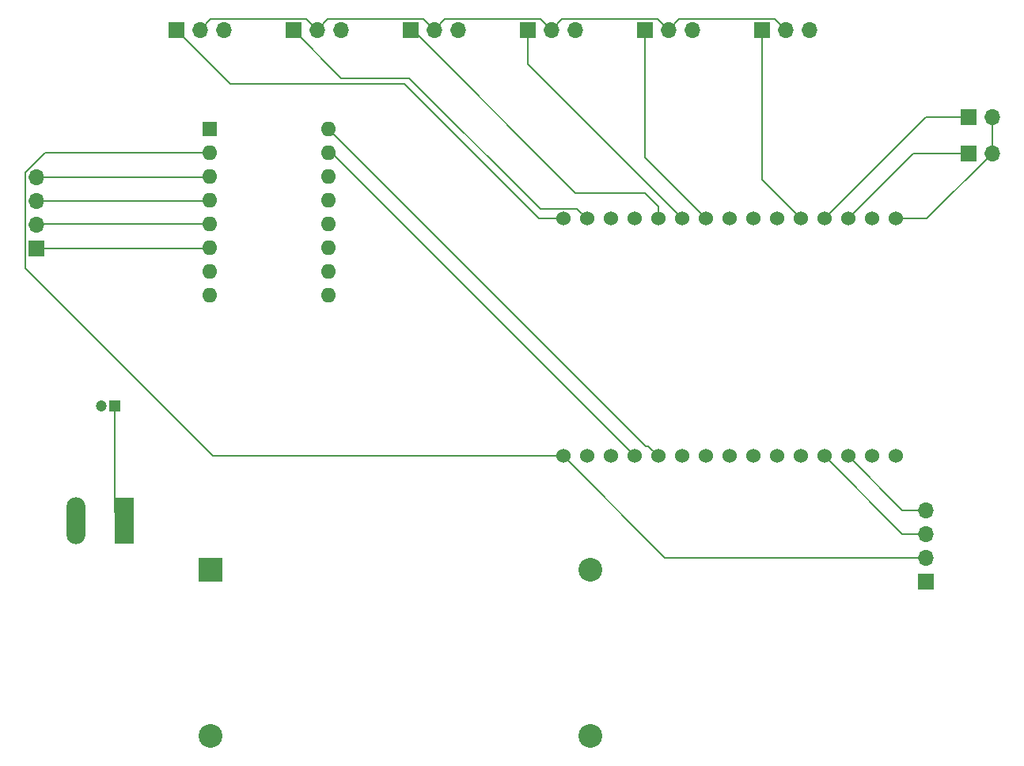
<source format=gbr>
%TF.GenerationSoftware,KiCad,Pcbnew,8.0.9*%
%TF.CreationDate,2025-04-13T06:29:52-04:00*%
%TF.ProjectId,NathanHuang_Sp25_1,4e617468-616e-4487-9561-6e675f537032,rev?*%
%TF.SameCoordinates,Original*%
%TF.FileFunction,Copper,L1,Top*%
%TF.FilePolarity,Positive*%
%FSLAX46Y46*%
G04 Gerber Fmt 4.6, Leading zero omitted, Abs format (unit mm)*
G04 Created by KiCad (PCBNEW 8.0.9) date 2025-04-13 06:29:52*
%MOMM*%
%LPD*%
G01*
G04 APERTURE LIST*
%TA.AperFunction,ComponentPad*%
%ADD10R,1.700000X1.700000*%
%TD*%
%TA.AperFunction,ComponentPad*%
%ADD11O,1.700000X1.700000*%
%TD*%
%TA.AperFunction,ComponentPad*%
%ADD12R,1.600000X1.600000*%
%TD*%
%TA.AperFunction,ComponentPad*%
%ADD13O,1.600000X1.600000*%
%TD*%
%TA.AperFunction,ComponentPad*%
%ADD14C,1.524000*%
%TD*%
%TA.AperFunction,ComponentPad*%
%ADD15R,1.200000X1.200000*%
%TD*%
%TA.AperFunction,ComponentPad*%
%ADD16C,1.200000*%
%TD*%
%TA.AperFunction,ComponentPad*%
%ADD17R,2.020000X5.020000*%
%TD*%
%TA.AperFunction,ComponentPad*%
%ADD18O,2.020000X5.020000*%
%TD*%
%TA.AperFunction,ComponentPad*%
%ADD19R,2.540000X2.540000*%
%TD*%
%TA.AperFunction,ComponentPad*%
%ADD20C,2.540000*%
%TD*%
%TA.AperFunction,Conductor*%
%ADD21C,0.200000*%
%TD*%
G04 APERTURE END LIST*
D10*
%TO.P,M2,1,-*%
%TO.N,/THUMB_2*%
X111134000Y-67025000D03*
D11*
%TO.P,M2,2,+*%
%TO.N,7.2V*%
X113674000Y-67025000D03*
%TO.P,M2,3,PWM*%
%TO.N,GND*%
X116214000Y-67025000D03*
%TD*%
D12*
%TO.P,U3,1,GND*%
%TO.N,GND*%
X102230000Y-77635000D03*
D13*
%TO.P,U3,2,VDD*%
%TO.N,+3V3*%
X102230000Y-80175000D03*
%TO.P,U3,3,1B*%
%TO.N,Net-(U3-1B)*%
X102230000Y-82715000D03*
%TO.P,U3,4,1A*%
%TO.N,Net-(U3-1A)*%
X102230000Y-85255000D03*
%TO.P,U3,5,2A*%
%TO.N,Net-(M7--)*%
X102230000Y-87795000D03*
%TO.P,U3,6,2B*%
%TO.N,Net-(U3-2B)*%
X102230000Y-90335000D03*
%TO.P,U3,7,GND*%
%TO.N,GND*%
X102230000Y-92875000D03*
%TO.P,U3,8,VMOT*%
%TO.N,+12V*%
X102230000Y-95415000D03*
%TO.P,U3,9,~{ENABLE}*%
%TO.N,GND*%
X114930000Y-95415000D03*
%TO.P,U3,10,MS1*%
X114930000Y-92875000D03*
%TO.P,U3,11,MS2*%
X114930000Y-90335000D03*
%TO.P,U3,12,MS3*%
X114930000Y-87795000D03*
%TO.P,U3,13,~{RESET}*%
%TO.N,unconnected-(U3-~{RESET}-Pad13)*%
X114930000Y-85255000D03*
%TO.P,U3,14,~{SLEEP}*%
%TO.N,unconnected-(U3-~{SLEEP}-Pad14)*%
X114930000Y-82715000D03*
%TO.P,U3,15,STEP*%
%TO.N,/STEP_PIN*%
X114930000Y-80175000D03*
%TO.P,U3,16,DIR*%
%TO.N,/DIR_PIN*%
X114930000Y-77635000D03*
%TD*%
D14*
%TO.P,U1,1,EN*%
%TO.N,+3V3*%
X140035000Y-112600000D03*
%TO.P,U1,2,VP*%
%TO.N,unconnected-(U1-VP-Pad2)*%
X142575000Y-112600000D03*
%TO.P,U1,3,VN*%
%TO.N,unconnected-(U1-VN-Pad3)*%
X145115000Y-112600000D03*
%TO.P,U1,4,G34*%
%TO.N,/STEP_PIN*%
X147655000Y-112600000D03*
%TO.P,U1,5,G35*%
%TO.N,/DIR_PIN*%
X150195000Y-112600000D03*
%TO.P,U1,6,G32*%
%TO.N,unconnected-(U1-G32-Pad6)*%
X152735000Y-112600000D03*
%TO.P,U1,7,G33*%
%TO.N,unconnected-(U1-G33-Pad7)*%
X155275000Y-112600000D03*
%TO.P,U1,8,G25*%
%TO.N,unconnected-(U1-G25-Pad8)*%
X157815000Y-112600000D03*
%TO.P,U1,9,G26*%
%TO.N,unconnected-(U1-G26-Pad9)*%
X160355000Y-112600000D03*
%TO.P,U1,10,G27*%
%TO.N,unconnected-(U1-G27-Pad10)*%
X162895000Y-112600000D03*
%TO.P,U1,11,G14*%
%TO.N,unconnected-(U1-G14-Pad11)*%
X165435000Y-112600000D03*
%TO.P,U1,12,G12*%
%TO.N,/CW*%
X167975000Y-112600000D03*
%TO.P,U1,13,G13*%
%TO.N,/DT*%
X170515000Y-112600000D03*
%TO.P,U1,14,GND*%
%TO.N,GND*%
X173055000Y-112600000D03*
%TO.P,U1,15,5V*%
%TO.N,unconnected-(U1-5V-Pad15)*%
X175595000Y-112600000D03*
%TO.P,U1,16,G23*%
%TO.N,/THUMB_1*%
X140035000Y-87200000D03*
%TO.P,U1,17,G22*%
%TO.N,/THUMB_2*%
X142575000Y-87200000D03*
%TO.P,U1,18,TX0*%
%TO.N,unconnected-(U1-TX0-Pad18)*%
X145115000Y-87200000D03*
%TO.P,U1,19,RX0*%
%TO.N,unconnected-(U1-RX0-Pad19)*%
X147655000Y-87200000D03*
%TO.P,U1,20,G21*%
%TO.N,/INDEX*%
X150195000Y-87200000D03*
%TO.P,U1,21,G19*%
%TO.N,/MIDDLE*%
X152735000Y-87200000D03*
%TO.P,U1,22,G18*%
%TO.N,/RING*%
X155275000Y-87200000D03*
%TO.P,U1,23,D5*%
%TO.N,unconnected-(U1-D5-Pad23)*%
X157815000Y-87200000D03*
%TO.P,U1,24,TX2*%
%TO.N,unconnected-(U1-TX2-Pad24)*%
X160355000Y-87200000D03*
%TO.P,U1,25,RX2*%
%TO.N,unconnected-(U1-RX2-Pad25)*%
X162895000Y-87200000D03*
%TO.P,U1,26,G4*%
%TO.N,/PINKIE*%
X165435000Y-87200000D03*
%TO.P,U1,27,G2*%
%TO.N,/LIMIT_1*%
X167975000Y-87200000D03*
%TO.P,U1,28,G15*%
%TO.N,/LIMIT_2*%
X170515000Y-87200000D03*
%TO.P,U1,29,GND*%
%TO.N,GND*%
X173055000Y-87200000D03*
%TO.P,U1,30,3V3*%
%TO.N,+3V3*%
X175595000Y-87200000D03*
%TD*%
D10*
%TO.P,SW1,1,A*%
%TO.N,/LIMIT_1*%
X183360000Y-76325000D03*
D11*
%TO.P,SW1,2,B*%
%TO.N,+3V3*%
X185900000Y-76325000D03*
%TD*%
D10*
%TO.P,U4,1,GND*%
%TO.N,GND*%
X178845000Y-126000000D03*
D11*
%TO.P,U4,2,VCC*%
%TO.N,+3V3*%
X178845000Y-123460000D03*
%TO.P,U4,3,CW*%
%TO.N,/CW*%
X178845000Y-120920000D03*
%TO.P,U4,4,DT*%
%TO.N,/DT*%
X178845000Y-118380000D03*
%TD*%
D10*
%TO.P,M1,1,-*%
%TO.N,/THUMB_1*%
X98600000Y-67025000D03*
D11*
%TO.P,M1,2,+*%
%TO.N,7.2V*%
X101140000Y-67025000D03*
%TO.P,M1,3,PWM*%
%TO.N,GND*%
X103680000Y-67025000D03*
%TD*%
D15*
%TO.P,C1,1*%
%TO.N,+12V*%
X92067600Y-107225000D03*
D16*
%TO.P,C1,2*%
%TO.N,GND*%
X90567600Y-107225000D03*
%TD*%
D10*
%TO.P,SW2,1,A*%
%TO.N,/LIMIT_2*%
X183360000Y-80225000D03*
D11*
%TO.P,SW2,2,B*%
%TO.N,+3V3*%
X185900000Y-80225000D03*
%TD*%
D17*
%TO.P,J1,1*%
%TO.N,+12V*%
X93030000Y-119550000D03*
D18*
%TO.P,J1,2*%
%TO.N,GND*%
X87850000Y-119550000D03*
%TD*%
D19*
%TO.P,U2,1,Vin*%
%TO.N,+12V*%
X102275000Y-124760000D03*
D20*
%TO.P,U2,2,GND*%
%TO.N,GND*%
X102275000Y-142540000D03*
%TO.P,U2,3,GND*%
X142915000Y-142540000D03*
%TO.P,U2,4,Vout*%
%TO.N,7.2V*%
X142915000Y-124760000D03*
%TD*%
D10*
%TO.P,M5,1,-*%
%TO.N,/RING*%
X148736000Y-67025000D03*
D11*
%TO.P,M5,2,+*%
%TO.N,7.2V*%
X151276000Y-67025000D03*
%TO.P,M5,3,PWM*%
%TO.N,GND*%
X153816000Y-67025000D03*
%TD*%
D10*
%TO.P,M6,1,-*%
%TO.N,/PINKIE*%
X161270000Y-67025000D03*
D11*
%TO.P,M6,2,+*%
%TO.N,7.2V*%
X163810000Y-67025000D03*
%TO.P,M6,3,PWM*%
%TO.N,GND*%
X166350000Y-67025000D03*
%TD*%
D10*
%TO.P,M3,1,-*%
%TO.N,/INDEX*%
X123668000Y-67025000D03*
D11*
%TO.P,M3,2,+*%
%TO.N,7.2V*%
X126208000Y-67025000D03*
%TO.P,M3,3,PWM*%
%TO.N,GND*%
X128748000Y-67025000D03*
%TD*%
D10*
%TO.P,M4,1,-*%
%TO.N,/MIDDLE*%
X136202000Y-67025000D03*
D11*
%TO.P,M4,2,+*%
%TO.N,7.2V*%
X138742000Y-67025000D03*
%TO.P,M4,3,PWM*%
%TO.N,GND*%
X141282000Y-67025000D03*
%TD*%
D10*
%TO.P,M7,1*%
%TO.N,Net-(U3-2B)*%
X83620000Y-90375000D03*
D11*
%TO.P,M7,2,-*%
%TO.N,Net-(M7--)*%
X83620000Y-87835000D03*
%TO.P,M7,3*%
%TO.N,Net-(U3-1A)*%
X83620000Y-85295000D03*
%TO.P,M7,4*%
%TO.N,Net-(U3-1B)*%
X83620000Y-82755000D03*
%TD*%
D21*
%TO.N,Net-(U3-2B)*%
X102190000Y-90375000D02*
X102230000Y-90335000D01*
X83620000Y-90375000D02*
X102190000Y-90375000D01*
%TO.N,Net-(U3-1A)*%
X83620000Y-85295000D02*
X102190000Y-85295000D01*
X102190000Y-85295000D02*
X102230000Y-85255000D01*
%TO.N,Net-(U3-1B)*%
X83620000Y-82755000D02*
X102190000Y-82755000D01*
X102190000Y-82755000D02*
X102230000Y-82715000D01*
%TO.N,Net-(M7--)*%
X83660000Y-87795000D02*
X83620000Y-87835000D01*
X102230000Y-87795000D02*
X83660000Y-87795000D01*
%TO.N,/DIR_PIN*%
X149133000Y-111538000D02*
X148833000Y-111538000D01*
X150195000Y-112600000D02*
X149133000Y-111538000D01*
X148833000Y-111538000D02*
X114930000Y-77635000D01*
%TO.N,/LIMIT_1*%
X178850000Y-76325000D02*
X183360000Y-76325000D01*
X167975000Y-87200000D02*
X178850000Y-76325000D01*
%TO.N,/LIMIT_2*%
X177490000Y-80225000D02*
X183360000Y-80225000D01*
X170515000Y-87200000D02*
X177490000Y-80225000D01*
X170845000Y-87200000D02*
X170850000Y-87195000D01*
X170515000Y-87200000D02*
X170845000Y-87200000D01*
%TO.N,+12V*%
X92067600Y-107225000D02*
X92067600Y-118587600D01*
X92067600Y-118587600D02*
X93030000Y-119550000D01*
%TO.N,/STEP_PIN*%
X147655000Y-112600000D02*
X115230000Y-80175000D01*
X115230000Y-80175000D02*
X114930000Y-80175000D01*
%TO.N,/INDEX*%
X123668000Y-67025000D02*
X123920000Y-67025000D01*
X123920000Y-67025000D02*
X141345000Y-84450000D01*
X148745000Y-84450000D02*
X150195000Y-85900000D01*
X150195000Y-85900000D02*
X150195000Y-87200000D01*
X141345000Y-84450000D02*
X148745000Y-84450000D01*
%TO.N,7.2V*%
X113674000Y-67025000D02*
X112524000Y-65875000D01*
X150126000Y-65875000D02*
X139892000Y-65875000D01*
X138742000Y-67025000D02*
X137592000Y-65875000D01*
X125058000Y-65875000D02*
X114824000Y-65875000D01*
X151276000Y-67025000D02*
X150126000Y-65875000D01*
X152426000Y-65875000D02*
X151276000Y-67025000D01*
X102290000Y-65875000D02*
X101140000Y-67025000D01*
X126208000Y-67025000D02*
X125058000Y-65875000D01*
X137592000Y-65875000D02*
X127358000Y-65875000D01*
X114824000Y-65875000D02*
X113674000Y-67025000D01*
X162660000Y-65875000D02*
X152426000Y-65875000D01*
X139892000Y-65875000D02*
X138742000Y-67025000D01*
X163810000Y-67025000D02*
X162660000Y-65875000D01*
X127358000Y-65875000D02*
X126208000Y-67025000D01*
X112524000Y-65875000D02*
X102290000Y-65875000D01*
%TO.N,/MIDDLE*%
X136202000Y-67025000D02*
X136202000Y-70667000D01*
X136202000Y-70667000D02*
X152735000Y-87200000D01*
%TO.N,/RING*%
X148736000Y-80661000D02*
X155275000Y-87200000D01*
X148736000Y-67025000D02*
X148736000Y-80661000D01*
%TO.N,/PINKIE*%
X161270000Y-83035000D02*
X165435000Y-87200000D01*
X161270000Y-67025000D02*
X161270000Y-83035000D01*
%TO.N,/THUMB_1*%
X140035000Y-87200000D02*
X137420000Y-87200000D01*
X123020000Y-72800000D02*
X104375000Y-72800000D01*
X104375000Y-72800000D02*
X98600000Y-67025000D01*
X137420000Y-87200000D02*
X123020000Y-72800000D01*
%TO.N,/THUMB_2*%
X123570000Y-72150000D02*
X137570000Y-86150000D01*
X137570000Y-86150000D02*
X137582000Y-86138000D01*
X141513000Y-86138000D02*
X142575000Y-87200000D01*
X137582000Y-86138000D02*
X141513000Y-86138000D01*
X116259000Y-72150000D02*
X123570000Y-72150000D01*
X111134000Y-67025000D02*
X116259000Y-72150000D01*
%TO.N,+3V3*%
X150895000Y-123460000D02*
X140035000Y-112600000D01*
X82470000Y-82278654D02*
X82470000Y-92525000D01*
X84573654Y-80175000D02*
X82470000Y-82278654D01*
X82470000Y-92525000D02*
X102545000Y-112600000D01*
X178845000Y-123460000D02*
X150895000Y-123460000D01*
X175595000Y-87200000D02*
X178925000Y-87200000D01*
X102545000Y-112600000D02*
X140035000Y-112600000D01*
X102230000Y-80175000D02*
X84573654Y-80175000D01*
X185900000Y-80225000D02*
X185900000Y-76325000D01*
X178925000Y-87200000D02*
X185900000Y-80225000D01*
%TO.N,/DT*%
X170515000Y-112600000D02*
X176295000Y-118380000D01*
X176295000Y-118380000D02*
X178845000Y-118380000D01*
%TO.N,/CW*%
X167975000Y-112600000D02*
X176295000Y-120920000D01*
X176295000Y-120920000D02*
X178845000Y-120920000D01*
%TD*%
M02*

</source>
